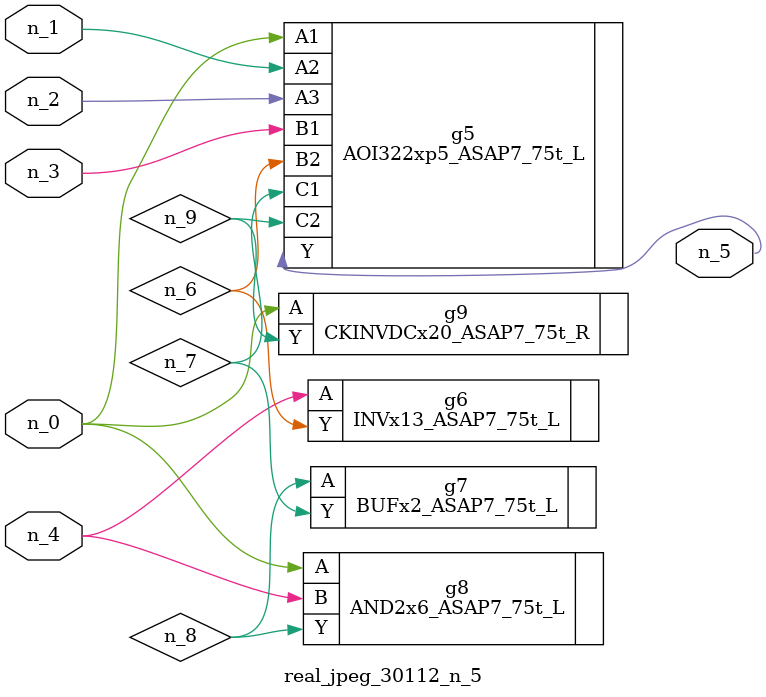
<source format=v>
module real_jpeg_30112_n_5 (n_4, n_0, n_1, n_2, n_3, n_5);

input n_4;
input n_0;
input n_1;
input n_2;
input n_3;

output n_5;

wire n_8;
wire n_6;
wire n_7;
wire n_9;

AOI322xp5_ASAP7_75t_L g5 ( 
.A1(n_0),
.A2(n_1),
.A3(n_2),
.B1(n_3),
.B2(n_6),
.C1(n_7),
.C2(n_9),
.Y(n_5)
);

AND2x6_ASAP7_75t_L g8 ( 
.A(n_0),
.B(n_4),
.Y(n_8)
);

CKINVDCx20_ASAP7_75t_R g9 ( 
.A(n_0),
.Y(n_9)
);

INVx13_ASAP7_75t_L g6 ( 
.A(n_4),
.Y(n_6)
);

BUFx2_ASAP7_75t_L g7 ( 
.A(n_8),
.Y(n_7)
);


endmodule
</source>
